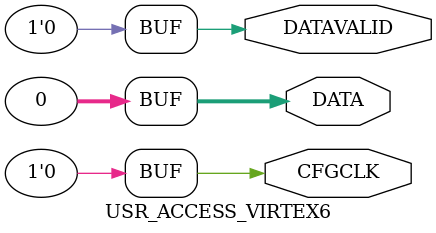
<source format=v>
module USR_ACCESS_VIRTEX6(	// file.cleaned.mlir:2:3
  output        CFGCLK,	// file.cleaned.mlir:2:37
  output [31:0] DATA,	// file.cleaned.mlir:2:54
  output        DATAVALID	// file.cleaned.mlir:2:70
);

  assign CFGCLK = 1'h0;	// file.cleaned.mlir:3:14, :5:5
  assign DATA = 32'h0;	// file.cleaned.mlir:4:15, :5:5
  assign DATAVALID = 1'h0;	// file.cleaned.mlir:3:14, :5:5
endmodule


</source>
